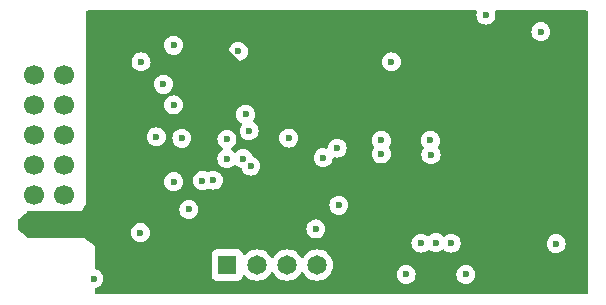
<source format=gbr>
%TF.GenerationSoftware,KiCad,Pcbnew,8.0.5*%
%TF.CreationDate,2024-11-30T18:41:16+03:00*%
%TF.ProjectId,pmod_esp32_4_layer.kicad_sch,706d6f64-5f65-4737-9033-325f345f6c61,rev?*%
%TF.SameCoordinates,Original*%
%TF.FileFunction,Copper,L3,Inr*%
%TF.FilePolarity,Positive*%
%FSLAX46Y46*%
G04 Gerber Fmt 4.6, Leading zero omitted, Abs format (unit mm)*
G04 Created by KiCad (PCBNEW 8.0.5) date 2024-11-30 18:41:16*
%MOMM*%
%LPD*%
G01*
G04 APERTURE LIST*
%TA.AperFunction,ComponentPad*%
%ADD10C,1.695000*%
%TD*%
%TA.AperFunction,ComponentPad*%
%ADD11R,1.650000X1.650000*%
%TD*%
%TA.AperFunction,ComponentPad*%
%ADD12C,1.650000*%
%TD*%
%TA.AperFunction,ViaPad*%
%ADD13C,0.600000*%
%TD*%
%TA.AperFunction,Conductor*%
%ADD14C,0.640000*%
%TD*%
G04 APERTURE END LIST*
D10*
%TO.N,Net-(J2-Pad1)*%
%TO.C,J2*%
X132033500Y-98300000D03*
%TO.N,Net-(J2-Pad2)*%
X132033500Y-100840000D03*
%TO.N,Net-(J2-Pad3)*%
X132033500Y-103380000D03*
%TO.N,Net-(J2-Pad4)*%
X132033500Y-105920000D03*
%TO.N,/GND*%
X132033500Y-108460000D03*
%TO.N,/VCC3V3*%
X132033500Y-111000000D03*
%TO.N,Net-(J2-Pad7)*%
X129493500Y-98300000D03*
%TO.N,Net-(J2-Pad8)*%
X129493500Y-100840000D03*
%TO.N,Net-(J2-Pad9)*%
X129493500Y-103380000D03*
%TO.N,Net-(J2-Pad10)*%
X129493500Y-105920000D03*
%TO.N,/GND*%
X129493500Y-108460000D03*
%TO.N,/VCC3V3*%
X129493500Y-111000000D03*
%TD*%
D11*
%TO.N,/TXD0*%
%TO.C,J1*%
X145847500Y-114350000D03*
D12*
%TO.N,/RXD0*%
X148387500Y-114350000D03*
%TO.N,/GND*%
X150927500Y-114350000D03*
%TO.N,/IO0*%
X153467500Y-114350000D03*
%TD*%
D13*
%TO.N,/EN*%
X139850000Y-103500000D03*
X167750000Y-93200000D03*
X172400000Y-94600000D03*
X141300000Y-95750000D03*
X141300000Y-100800000D03*
%TO.N,/GND*%
X146779828Y-96270172D03*
X147850000Y-105977000D03*
%TO.N,/VCC3V3*%
X145350000Y-96200000D03*
X173700000Y-97400000D03*
X137727500Y-107877500D03*
X144050000Y-109750000D03*
X133600000Y-111000000D03*
X149000000Y-99650000D03*
X148500000Y-96350000D03*
X150750000Y-106200000D03*
%TO.N,/RTS{slash}SS*%
X147400000Y-101600000D03*
X138550000Y-97150000D03*
%TO.N,/INT*%
X140450000Y-99050000D03*
%TO.N,/SELECT*%
X141307097Y-107301471D03*
X144673001Y-107163711D03*
X147200000Y-105350000D03*
X145823001Y-105341290D03*
X134550000Y-115500000D03*
X138500000Y-111600000D03*
%TO.N,/GPIO*%
X153350000Y-111300000D03*
%TO.N,/CTS{slash}SCK*%
X143750000Y-107200000D03*
X145823000Y-103700000D03*
%TO.N,/TXD*%
X162250000Y-112500000D03*
%TO.N,/SS*%
X163500000Y-112450000D03*
%TO.N,/MOSI*%
X163050000Y-103800000D03*
X158900000Y-103800000D03*
X173700000Y-112550000D03*
X151050000Y-103600000D03*
X147700000Y-102973000D03*
%TO.N,/CTS*%
X155300000Y-109300000D03*
%TO.N,/MISO*%
X166050000Y-115150000D03*
%TO.N,/RTS*%
X159750000Y-97150000D03*
%TO.N,/SCK*%
X163100000Y-105000000D03*
X158900000Y-104950000D03*
X153968356Y-105268356D03*
X164800000Y-112500000D03*
X155150000Y-104450000D03*
%TO.N,/RXD*%
X161000000Y-115150000D03*
X142000000Y-103623000D03*
X142600000Y-109650000D03*
%TD*%
D14*
%TO.N,/VCC3V3*%
X129493500Y-111000000D02*
X132033500Y-111000000D01*
X145350000Y-96200000D02*
X145550000Y-96200000D01*
X145550000Y-96200000D02*
X149000000Y-99650000D01*
%TD*%
%TA.AperFunction,Conductor*%
%TO.N,/VCC3V3*%
G36*
X166933976Y-92820185D02*
G01*
X166979731Y-92872989D01*
X166989675Y-92942147D01*
X166983978Y-92965455D01*
X166964633Y-93020737D01*
X166964630Y-93020750D01*
X166944435Y-93199996D01*
X166944435Y-93200003D01*
X166964630Y-93379249D01*
X166964631Y-93379254D01*
X167024211Y-93549523D01*
X167120184Y-93702262D01*
X167247738Y-93829816D01*
X167400478Y-93925789D01*
X167527352Y-93970184D01*
X167570745Y-93985368D01*
X167570750Y-93985369D01*
X167749996Y-94005565D01*
X167750000Y-94005565D01*
X167750004Y-94005565D01*
X167929249Y-93985369D01*
X167929252Y-93985368D01*
X167929255Y-93985368D01*
X168099522Y-93925789D01*
X168252262Y-93829816D01*
X168379816Y-93702262D01*
X168475789Y-93549522D01*
X168535368Y-93379255D01*
X168555565Y-93200000D01*
X168535368Y-93020745D01*
X168535367Y-93020743D01*
X168535366Y-93020737D01*
X168516022Y-92965455D01*
X168512460Y-92895676D01*
X168547188Y-92835049D01*
X168609182Y-92802821D01*
X168633063Y-92800500D01*
X176263000Y-92800500D01*
X176330039Y-92820185D01*
X176375794Y-92872989D01*
X176387000Y-92924500D01*
X176387000Y-116675500D01*
X176367315Y-116742539D01*
X176314511Y-116788294D01*
X176263000Y-116799500D01*
X134774000Y-116799500D01*
X134706961Y-116779815D01*
X134661206Y-116727011D01*
X134650000Y-116675500D01*
X134650000Y-116401083D01*
X134669685Y-116334044D01*
X134722489Y-116288289D01*
X134733037Y-116284044D01*
X134899522Y-116225789D01*
X135052262Y-116129816D01*
X135179816Y-116002262D01*
X135275789Y-115849522D01*
X135335368Y-115679255D01*
X135335791Y-115675500D01*
X135355565Y-115500003D01*
X135355565Y-115499996D01*
X135335369Y-115320750D01*
X135335368Y-115320745D01*
X135275789Y-115150478D01*
X135179816Y-114997738D01*
X135052262Y-114870184D01*
X134948648Y-114805079D01*
X134899521Y-114774210D01*
X134777838Y-114731632D01*
X134733044Y-114715958D01*
X134676270Y-114675237D01*
X134650522Y-114610285D01*
X134650000Y-114598917D01*
X134650000Y-113477135D01*
X144522000Y-113477135D01*
X144522000Y-115222870D01*
X144522001Y-115222876D01*
X144528408Y-115282483D01*
X144578702Y-115417328D01*
X144578706Y-115417335D01*
X144664952Y-115532544D01*
X144664955Y-115532547D01*
X144780164Y-115618793D01*
X144780171Y-115618797D01*
X144915017Y-115669091D01*
X144915016Y-115669091D01*
X144921944Y-115669835D01*
X144974627Y-115675500D01*
X146720372Y-115675499D01*
X146779983Y-115669091D01*
X146914831Y-115618796D01*
X147030046Y-115532546D01*
X147116296Y-115417331D01*
X147166591Y-115282483D01*
X147166591Y-115282481D01*
X147168374Y-115274938D01*
X147171247Y-115275616D01*
X147192691Y-115223843D01*
X147250082Y-115183993D01*
X147319907Y-115181497D01*
X147376926Y-115213965D01*
X147532231Y-115369270D01*
X147722218Y-115502301D01*
X147932421Y-115600320D01*
X148156450Y-115660349D01*
X148321485Y-115674787D01*
X148387498Y-115680563D01*
X148387500Y-115680563D01*
X148387502Y-115680563D01*
X148445394Y-115675498D01*
X148618550Y-115660349D01*
X148842579Y-115600320D01*
X149052782Y-115502301D01*
X149242769Y-115369270D01*
X149406770Y-115205269D01*
X149539801Y-115015282D01*
X149545118Y-115003878D01*
X149591290Y-114951440D01*
X149658484Y-114932288D01*
X149725365Y-114952504D01*
X149769881Y-115003878D01*
X149775199Y-115015282D01*
X149908230Y-115205269D01*
X150072231Y-115369270D01*
X150262218Y-115502301D01*
X150472421Y-115600320D01*
X150696450Y-115660349D01*
X150861485Y-115674787D01*
X150927498Y-115680563D01*
X150927500Y-115680563D01*
X150927502Y-115680563D01*
X150985394Y-115675498D01*
X151158550Y-115660349D01*
X151382579Y-115600320D01*
X151592782Y-115502301D01*
X151782769Y-115369270D01*
X151946770Y-115205269D01*
X152079801Y-115015282D01*
X152085118Y-115003878D01*
X152131290Y-114951440D01*
X152198484Y-114932288D01*
X152265365Y-114952504D01*
X152309881Y-115003878D01*
X152315199Y-115015282D01*
X152448230Y-115205269D01*
X152612231Y-115369270D01*
X152802218Y-115502301D01*
X153012421Y-115600320D01*
X153236450Y-115660349D01*
X153401485Y-115674787D01*
X153467498Y-115680563D01*
X153467500Y-115680563D01*
X153467502Y-115680563D01*
X153525394Y-115675498D01*
X153698550Y-115660349D01*
X153922579Y-115600320D01*
X154132782Y-115502301D01*
X154322769Y-115369270D01*
X154486770Y-115205269D01*
X154525473Y-115149996D01*
X160194435Y-115149996D01*
X160194435Y-115150003D01*
X160214630Y-115329249D01*
X160214631Y-115329254D01*
X160274211Y-115499523D01*
X160370184Y-115652262D01*
X160497738Y-115779816D01*
X160650478Y-115875789D01*
X160820745Y-115935368D01*
X160820750Y-115935369D01*
X160999996Y-115955565D01*
X161000000Y-115955565D01*
X161000004Y-115955565D01*
X161179249Y-115935369D01*
X161179252Y-115935368D01*
X161179255Y-115935368D01*
X161349522Y-115875789D01*
X161502262Y-115779816D01*
X161629816Y-115652262D01*
X161725789Y-115499522D01*
X161785368Y-115329255D01*
X161785369Y-115329249D01*
X161805565Y-115150003D01*
X161805565Y-115149996D01*
X165244435Y-115149996D01*
X165244435Y-115150003D01*
X165264630Y-115329249D01*
X165264631Y-115329254D01*
X165324211Y-115499523D01*
X165420184Y-115652262D01*
X165547738Y-115779816D01*
X165700478Y-115875789D01*
X165870745Y-115935368D01*
X165870750Y-115935369D01*
X166049996Y-115955565D01*
X166050000Y-115955565D01*
X166050004Y-115955565D01*
X166229249Y-115935369D01*
X166229252Y-115935368D01*
X166229255Y-115935368D01*
X166399522Y-115875789D01*
X166552262Y-115779816D01*
X166679816Y-115652262D01*
X166775789Y-115499522D01*
X166835368Y-115329255D01*
X166835369Y-115329249D01*
X166855565Y-115150003D01*
X166855565Y-115149996D01*
X166835369Y-114970750D01*
X166835368Y-114970745D01*
X166775788Y-114800476D01*
X166679815Y-114647737D01*
X166552262Y-114520184D01*
X166399523Y-114424211D01*
X166229254Y-114364631D01*
X166229249Y-114364630D01*
X166050004Y-114344435D01*
X166049996Y-114344435D01*
X165870750Y-114364630D01*
X165870745Y-114364631D01*
X165700476Y-114424211D01*
X165547737Y-114520184D01*
X165420184Y-114647737D01*
X165324211Y-114800476D01*
X165264631Y-114970745D01*
X165264630Y-114970750D01*
X165244435Y-115149996D01*
X161805565Y-115149996D01*
X161785369Y-114970750D01*
X161785368Y-114970745D01*
X161725788Y-114800476D01*
X161629815Y-114647737D01*
X161502262Y-114520184D01*
X161349523Y-114424211D01*
X161179254Y-114364631D01*
X161179249Y-114364630D01*
X161000004Y-114344435D01*
X160999996Y-114344435D01*
X160820750Y-114364630D01*
X160820745Y-114364631D01*
X160650476Y-114424211D01*
X160497737Y-114520184D01*
X160370184Y-114647737D01*
X160274211Y-114800476D01*
X160214631Y-114970745D01*
X160214630Y-114970750D01*
X160194435Y-115149996D01*
X154525473Y-115149996D01*
X154619801Y-115015282D01*
X154717820Y-114805079D01*
X154777849Y-114581050D01*
X154798063Y-114350000D01*
X154777849Y-114118950D01*
X154717820Y-113894921D01*
X154619801Y-113684719D01*
X154619799Y-113684716D01*
X154619798Y-113684714D01*
X154486773Y-113494735D01*
X154486768Y-113494729D01*
X154322769Y-113330730D01*
X154257987Y-113285369D01*
X154132782Y-113197699D01*
X153922579Y-113099680D01*
X153922576Y-113099679D01*
X153922574Y-113099678D01*
X153698551Y-113039651D01*
X153698544Y-113039650D01*
X153467502Y-113019437D01*
X153467498Y-113019437D01*
X153236455Y-113039650D01*
X153236448Y-113039651D01*
X153012417Y-113099681D01*
X152802218Y-113197699D01*
X152802214Y-113197701D01*
X152612235Y-113330726D01*
X152612229Y-113330731D01*
X152448231Y-113494729D01*
X152448226Y-113494735D01*
X152315201Y-113684714D01*
X152315198Y-113684720D01*
X152309881Y-113696123D01*
X152263707Y-113748562D01*
X152196513Y-113767712D01*
X152129633Y-113747495D01*
X152085119Y-113696123D01*
X152079801Y-113684720D01*
X152079798Y-113684714D01*
X151946773Y-113494735D01*
X151946768Y-113494729D01*
X151782769Y-113330730D01*
X151717987Y-113285369D01*
X151592782Y-113197699D01*
X151382579Y-113099680D01*
X151382576Y-113099679D01*
X151382574Y-113099678D01*
X151158551Y-113039651D01*
X151158544Y-113039650D01*
X150927502Y-113019437D01*
X150927498Y-113019437D01*
X150696455Y-113039650D01*
X150696448Y-113039651D01*
X150472417Y-113099681D01*
X150262218Y-113197699D01*
X150262214Y-113197701D01*
X150072235Y-113330726D01*
X150072229Y-113330731D01*
X149908231Y-113494729D01*
X149908226Y-113494735D01*
X149775201Y-113684714D01*
X149775198Y-113684720D01*
X149769881Y-113696123D01*
X149723707Y-113748562D01*
X149656513Y-113767712D01*
X149589633Y-113747495D01*
X149545119Y-113696123D01*
X149539801Y-113684720D01*
X149539798Y-113684714D01*
X149406773Y-113494735D01*
X149406768Y-113494729D01*
X149242769Y-113330730D01*
X149177987Y-113285369D01*
X149052782Y-113197699D01*
X148842579Y-113099680D01*
X148842576Y-113099679D01*
X148842574Y-113099678D01*
X148618551Y-113039651D01*
X148618544Y-113039650D01*
X148387502Y-113019437D01*
X148387498Y-113019437D01*
X148156455Y-113039650D01*
X148156448Y-113039651D01*
X147932417Y-113099681D01*
X147722218Y-113197699D01*
X147722214Y-113197701D01*
X147532235Y-113330726D01*
X147376926Y-113486035D01*
X147315603Y-113519519D01*
X147245911Y-113514535D01*
X147189978Y-113472663D01*
X147171017Y-113424443D01*
X147168376Y-113425068D01*
X147166592Y-113417520D01*
X147116297Y-113282671D01*
X147116293Y-113282664D01*
X147030047Y-113167455D01*
X147030044Y-113167452D01*
X146914835Y-113081206D01*
X146914828Y-113081202D01*
X146779982Y-113030908D01*
X146779983Y-113030908D01*
X146720383Y-113024501D01*
X146720381Y-113024500D01*
X146720373Y-113024500D01*
X146720364Y-113024500D01*
X144974629Y-113024500D01*
X144974623Y-113024501D01*
X144915016Y-113030908D01*
X144780171Y-113081202D01*
X144780164Y-113081206D01*
X144664955Y-113167452D01*
X144664952Y-113167455D01*
X144578706Y-113282664D01*
X144578702Y-113282671D01*
X144528408Y-113417517D01*
X144522001Y-113477116D01*
X144522000Y-113477135D01*
X134650000Y-113477135D01*
X134650000Y-112700000D01*
X134333327Y-112499996D01*
X161444435Y-112499996D01*
X161444435Y-112500003D01*
X161464630Y-112679249D01*
X161464631Y-112679254D01*
X161524211Y-112849523D01*
X161584291Y-112945139D01*
X161620184Y-113002262D01*
X161747738Y-113129816D01*
X161900478Y-113225789D01*
X161985573Y-113255565D01*
X162070745Y-113285368D01*
X162070750Y-113285369D01*
X162249996Y-113305565D01*
X162250000Y-113305565D01*
X162250004Y-113305565D01*
X162429249Y-113285369D01*
X162429252Y-113285368D01*
X162429255Y-113285368D01*
X162599522Y-113225789D01*
X162752262Y-113129816D01*
X162812319Y-113069759D01*
X162873642Y-113036274D01*
X162943334Y-113041258D01*
X162987681Y-113069759D01*
X162997738Y-113079816D01*
X163088080Y-113136582D01*
X163137214Y-113167455D01*
X163150478Y-113175789D01*
X163213099Y-113197701D01*
X163320745Y-113235368D01*
X163320750Y-113235369D01*
X163499996Y-113255565D01*
X163500000Y-113255565D01*
X163500004Y-113255565D01*
X163679249Y-113235369D01*
X163679252Y-113235368D01*
X163679255Y-113235368D01*
X163849522Y-113175789D01*
X164002262Y-113079816D01*
X164037319Y-113044759D01*
X164098642Y-113011274D01*
X164168334Y-113016258D01*
X164212681Y-113044759D01*
X164297738Y-113129816D01*
X164450478Y-113225789D01*
X164535573Y-113255565D01*
X164620745Y-113285368D01*
X164620750Y-113285369D01*
X164799996Y-113305565D01*
X164800000Y-113305565D01*
X164800004Y-113305565D01*
X164979249Y-113285369D01*
X164979252Y-113285368D01*
X164979255Y-113285368D01*
X165149522Y-113225789D01*
X165302262Y-113129816D01*
X165429816Y-113002262D01*
X165525789Y-112849522D01*
X165585368Y-112679255D01*
X165599931Y-112550003D01*
X165599932Y-112549996D01*
X172894435Y-112549996D01*
X172894435Y-112550003D01*
X172914630Y-112729249D01*
X172914631Y-112729254D01*
X172974211Y-112899523D01*
X173056766Y-113030908D01*
X173070184Y-113052262D01*
X173197738Y-113179816D01*
X173350478Y-113275789D01*
X173435573Y-113305565D01*
X173520745Y-113335368D01*
X173520750Y-113335369D01*
X173699996Y-113355565D01*
X173700000Y-113355565D01*
X173700004Y-113355565D01*
X173879249Y-113335369D01*
X173879252Y-113335368D01*
X173879255Y-113335368D01*
X174049522Y-113275789D01*
X174202262Y-113179816D01*
X174329816Y-113052262D01*
X174425789Y-112899522D01*
X174485368Y-112729255D01*
X174485369Y-112729249D01*
X174505565Y-112550003D01*
X174505565Y-112549996D01*
X174485369Y-112370750D01*
X174485368Y-112370745D01*
X174425788Y-112200476D01*
X174353461Y-112085369D01*
X174329816Y-112047738D01*
X174202262Y-111920184D01*
X174184052Y-111908742D01*
X174049523Y-111824211D01*
X173879254Y-111764631D01*
X173879249Y-111764630D01*
X173700004Y-111744435D01*
X173699996Y-111744435D01*
X173520750Y-111764630D01*
X173520745Y-111764631D01*
X173350476Y-111824211D01*
X173197737Y-111920184D01*
X173070184Y-112047737D01*
X172974211Y-112200476D01*
X172914631Y-112370745D01*
X172914630Y-112370750D01*
X172894435Y-112549996D01*
X165599932Y-112549996D01*
X165605565Y-112500003D01*
X165605565Y-112499996D01*
X165585369Y-112320750D01*
X165585368Y-112320745D01*
X165525789Y-112150478D01*
X165429816Y-111997738D01*
X165302262Y-111870184D01*
X165149523Y-111774211D01*
X164979254Y-111714631D01*
X164979249Y-111714630D01*
X164800004Y-111694435D01*
X164799996Y-111694435D01*
X164620750Y-111714630D01*
X164620745Y-111714631D01*
X164450476Y-111774211D01*
X164297737Y-111870184D01*
X164262681Y-111905241D01*
X164201358Y-111938726D01*
X164131666Y-111933742D01*
X164087319Y-111905241D01*
X164002262Y-111820184D01*
X163849523Y-111724211D01*
X163679254Y-111664631D01*
X163679249Y-111664630D01*
X163500004Y-111644435D01*
X163499996Y-111644435D01*
X163320750Y-111664630D01*
X163320745Y-111664631D01*
X163150476Y-111724211D01*
X162997737Y-111820184D01*
X162937681Y-111880241D01*
X162876358Y-111913726D01*
X162806666Y-111908742D01*
X162762319Y-111880241D01*
X162752262Y-111870184D01*
X162599523Y-111774211D01*
X162429254Y-111714631D01*
X162429249Y-111714630D01*
X162250004Y-111694435D01*
X162249996Y-111694435D01*
X162070750Y-111714630D01*
X162070745Y-111714631D01*
X161900476Y-111774211D01*
X161747737Y-111870184D01*
X161620184Y-111997737D01*
X161524211Y-112150476D01*
X161464631Y-112320745D01*
X161464630Y-112320750D01*
X161444435Y-112499996D01*
X134333327Y-112499996D01*
X133700000Y-112100000D01*
X129094894Y-112100000D01*
X129027855Y-112080315D01*
X129015511Y-112071259D01*
X128449996Y-111599996D01*
X137694435Y-111599996D01*
X137694435Y-111600003D01*
X137714630Y-111779249D01*
X137714631Y-111779254D01*
X137774211Y-111949523D01*
X137856394Y-112080315D01*
X137870184Y-112102262D01*
X137997738Y-112229816D01*
X138088080Y-112286582D01*
X138142450Y-112320745D01*
X138150478Y-112325789D01*
X138278955Y-112370745D01*
X138320745Y-112385368D01*
X138320750Y-112385369D01*
X138499996Y-112405565D01*
X138500000Y-112405565D01*
X138500004Y-112405565D01*
X138679249Y-112385369D01*
X138679252Y-112385368D01*
X138679255Y-112385368D01*
X138849522Y-112325789D01*
X139002262Y-112229816D01*
X139129816Y-112102262D01*
X139225789Y-111949522D01*
X139285368Y-111779255D01*
X139285369Y-111779249D01*
X139305565Y-111600003D01*
X139305565Y-111599996D01*
X139285369Y-111420750D01*
X139285368Y-111420745D01*
X139253314Y-111329141D01*
X139243116Y-111299996D01*
X152544435Y-111299996D01*
X152544435Y-111300003D01*
X152564630Y-111479249D01*
X152564631Y-111479254D01*
X152624211Y-111649523D01*
X152665122Y-111714632D01*
X152720184Y-111802262D01*
X152847738Y-111929816D01*
X152915714Y-111972528D01*
X152955833Y-111997737D01*
X153000478Y-112025789D01*
X153063202Y-112047737D01*
X153170745Y-112085368D01*
X153170750Y-112085369D01*
X153349996Y-112105565D01*
X153350000Y-112105565D01*
X153350004Y-112105565D01*
X153529249Y-112085369D01*
X153529252Y-112085368D01*
X153529255Y-112085368D01*
X153699522Y-112025789D01*
X153852262Y-111929816D01*
X153979816Y-111802262D01*
X154075789Y-111649522D01*
X154135368Y-111479255D01*
X154141960Y-111420750D01*
X154155565Y-111300003D01*
X154155565Y-111299996D01*
X154135369Y-111120750D01*
X154135368Y-111120745D01*
X154075789Y-110950478D01*
X153979816Y-110797738D01*
X153852262Y-110670184D01*
X153699523Y-110574211D01*
X153529254Y-110514631D01*
X153529249Y-110514630D01*
X153350004Y-110494435D01*
X153349996Y-110494435D01*
X153170750Y-110514630D01*
X153170745Y-110514631D01*
X153000476Y-110574211D01*
X152847737Y-110670184D01*
X152720184Y-110797737D01*
X152624211Y-110950476D01*
X152564631Y-111120745D01*
X152564630Y-111120750D01*
X152544435Y-111299996D01*
X139243116Y-111299996D01*
X139225789Y-111250478D01*
X139129816Y-111097738D01*
X139002262Y-110970184D01*
X138970897Y-110950476D01*
X138849523Y-110874211D01*
X138679254Y-110814631D01*
X138679249Y-110814630D01*
X138500004Y-110794435D01*
X138499996Y-110794435D01*
X138320750Y-110814630D01*
X138320745Y-110814631D01*
X138150476Y-110874211D01*
X137997737Y-110970184D01*
X137870184Y-111097737D01*
X137774211Y-111250476D01*
X137714631Y-111420745D01*
X137714630Y-111420750D01*
X137694435Y-111599996D01*
X128449996Y-111599996D01*
X128194617Y-111387180D01*
X128155718Y-111329141D01*
X128150000Y-111291921D01*
X128150000Y-110553884D01*
X128169685Y-110486845D01*
X128189393Y-110463233D01*
X128219248Y-110435369D01*
X128695550Y-109990820D01*
X128864269Y-109833349D01*
X128926709Y-109801997D01*
X128948876Y-109800000D01*
X129337791Y-109800000D01*
X129348598Y-109800472D01*
X129493498Y-109813149D01*
X129493500Y-109813149D01*
X129493502Y-109813149D01*
X129638402Y-109800472D01*
X129649209Y-109800000D01*
X131877791Y-109800000D01*
X131888598Y-109800472D01*
X132033498Y-109813149D01*
X132033500Y-109813149D01*
X132033502Y-109813149D01*
X132178402Y-109800472D01*
X132189209Y-109800000D01*
X133549999Y-109800000D01*
X133550000Y-109800000D01*
X133637502Y-109649996D01*
X141794435Y-109649996D01*
X141794435Y-109650003D01*
X141814630Y-109829249D01*
X141814631Y-109829254D01*
X141874211Y-109999523D01*
X141928152Y-110085369D01*
X141970184Y-110152262D01*
X142097738Y-110279816D01*
X142250478Y-110375789D01*
X142420745Y-110435368D01*
X142420750Y-110435369D01*
X142599996Y-110455565D01*
X142600000Y-110455565D01*
X142600004Y-110455565D01*
X142779249Y-110435369D01*
X142779252Y-110435368D01*
X142779255Y-110435368D01*
X142949522Y-110375789D01*
X143102262Y-110279816D01*
X143229816Y-110152262D01*
X143325789Y-109999522D01*
X143385368Y-109829255D01*
X143387183Y-109813149D01*
X143405565Y-109650003D01*
X143405565Y-109649996D01*
X143385369Y-109470750D01*
X143385368Y-109470745D01*
X143325789Y-109300478D01*
X143325486Y-109299996D01*
X154494435Y-109299996D01*
X154494435Y-109300003D01*
X154514630Y-109479249D01*
X154514631Y-109479254D01*
X154574211Y-109649523D01*
X154574511Y-109650000D01*
X154670184Y-109802262D01*
X154797738Y-109929816D01*
X154950478Y-110025789D01*
X155120745Y-110085368D01*
X155120750Y-110085369D01*
X155299996Y-110105565D01*
X155300000Y-110105565D01*
X155300004Y-110105565D01*
X155479249Y-110085369D01*
X155479252Y-110085368D01*
X155479255Y-110085368D01*
X155649522Y-110025789D01*
X155802262Y-109929816D01*
X155929816Y-109802262D01*
X156025789Y-109649522D01*
X156085368Y-109479255D01*
X156085369Y-109479249D01*
X156105565Y-109300003D01*
X156105565Y-109299996D01*
X156085369Y-109120750D01*
X156085368Y-109120745D01*
X156025788Y-108950476D01*
X155929815Y-108797737D01*
X155802262Y-108670184D01*
X155649523Y-108574211D01*
X155479254Y-108514631D01*
X155479249Y-108514630D01*
X155300004Y-108494435D01*
X155299996Y-108494435D01*
X155120750Y-108514630D01*
X155120745Y-108514631D01*
X154950476Y-108574211D01*
X154797737Y-108670184D01*
X154670184Y-108797737D01*
X154574211Y-108950476D01*
X154514631Y-109120745D01*
X154514630Y-109120750D01*
X154494435Y-109299996D01*
X143325486Y-109299996D01*
X143229816Y-109147738D01*
X143102262Y-109020184D01*
X142991326Y-108950478D01*
X142949523Y-108924211D01*
X142779254Y-108864631D01*
X142779249Y-108864630D01*
X142600004Y-108844435D01*
X142599996Y-108844435D01*
X142420750Y-108864630D01*
X142420745Y-108864631D01*
X142250476Y-108924211D01*
X142097737Y-109020184D01*
X141970184Y-109147737D01*
X141874211Y-109300476D01*
X141814631Y-109470745D01*
X141814630Y-109470750D01*
X141794435Y-109649996D01*
X133637502Y-109649996D01*
X133900000Y-109200000D01*
X133900000Y-107301467D01*
X140501532Y-107301467D01*
X140501532Y-107301474D01*
X140521727Y-107480720D01*
X140521728Y-107480725D01*
X140581308Y-107650994D01*
X140670868Y-107793527D01*
X140677281Y-107803733D01*
X140804835Y-107931287D01*
X140865294Y-107969276D01*
X140923047Y-108005565D01*
X140957575Y-108027260D01*
X141127842Y-108086839D01*
X141127847Y-108086840D01*
X141307093Y-108107036D01*
X141307097Y-108107036D01*
X141307101Y-108107036D01*
X141486346Y-108086840D01*
X141486349Y-108086839D01*
X141486352Y-108086839D01*
X141656619Y-108027260D01*
X141809359Y-107931287D01*
X141936913Y-107803733D01*
X142032886Y-107650993D01*
X142092465Y-107480726D01*
X142107987Y-107342965D01*
X142112662Y-107301474D01*
X142112662Y-107301467D01*
X142101229Y-107199996D01*
X142944435Y-107199996D01*
X142944435Y-107200003D01*
X142964630Y-107379249D01*
X142964631Y-107379254D01*
X143024211Y-107549523D01*
X143087970Y-107650994D01*
X143120184Y-107702262D01*
X143247738Y-107829816D01*
X143400478Y-107925789D01*
X143467040Y-107949080D01*
X143570745Y-107985368D01*
X143570750Y-107985369D01*
X143749996Y-108005565D01*
X143750000Y-108005565D01*
X143750004Y-108005565D01*
X143929249Y-107985369D01*
X143929252Y-107985368D01*
X143929255Y-107985368D01*
X144099522Y-107925789D01*
X144174408Y-107878734D01*
X144241639Y-107859735D01*
X144306347Y-107878735D01*
X144323479Y-107889500D01*
X144493746Y-107949079D01*
X144493751Y-107949080D01*
X144672997Y-107969276D01*
X144673001Y-107969276D01*
X144673005Y-107969276D01*
X144852250Y-107949080D01*
X144852253Y-107949079D01*
X144852256Y-107949079D01*
X145022523Y-107889500D01*
X145175263Y-107793527D01*
X145302817Y-107665973D01*
X145398790Y-107513233D01*
X145458369Y-107342966D01*
X145463044Y-107301474D01*
X145478566Y-107163714D01*
X145478566Y-107163707D01*
X145458370Y-106984461D01*
X145458369Y-106984456D01*
X145398789Y-106814187D01*
X145359583Y-106751791D01*
X145302817Y-106661449D01*
X145175263Y-106533895D01*
X145097406Y-106484974D01*
X145022524Y-106437922D01*
X144852255Y-106378342D01*
X144852250Y-106378341D01*
X144673005Y-106358146D01*
X144672997Y-106358146D01*
X144493751Y-106378341D01*
X144493738Y-106378344D01*
X144323480Y-106437920D01*
X144248594Y-106484974D01*
X144181357Y-106503974D01*
X144116650Y-106484973D01*
X144099524Y-106474211D01*
X143929254Y-106414631D01*
X143929249Y-106414630D01*
X143750004Y-106394435D01*
X143749996Y-106394435D01*
X143570750Y-106414630D01*
X143570745Y-106414631D01*
X143400476Y-106474211D01*
X143247737Y-106570184D01*
X143120184Y-106697737D01*
X143024211Y-106850476D01*
X142964631Y-107020745D01*
X142964630Y-107020750D01*
X142944435Y-107199996D01*
X142101229Y-107199996D01*
X142092466Y-107122221D01*
X142092465Y-107122216D01*
X142081843Y-107091861D01*
X142032886Y-106951949D01*
X141936913Y-106799209D01*
X141809359Y-106671655D01*
X141793115Y-106661448D01*
X141656620Y-106575682D01*
X141486351Y-106516102D01*
X141486346Y-106516101D01*
X141307101Y-106495906D01*
X141307093Y-106495906D01*
X141127847Y-106516101D01*
X141127842Y-106516102D01*
X140957573Y-106575682D01*
X140804834Y-106671655D01*
X140677281Y-106799208D01*
X140581308Y-106951947D01*
X140521728Y-107122216D01*
X140521727Y-107122221D01*
X140501532Y-107301467D01*
X133900000Y-107301467D01*
X133900000Y-103499996D01*
X139044435Y-103499996D01*
X139044435Y-103500003D01*
X139064630Y-103679249D01*
X139064631Y-103679254D01*
X139124211Y-103849523D01*
X139185924Y-103947738D01*
X139220184Y-104002262D01*
X139347738Y-104129816D01*
X139500478Y-104225789D01*
X139628969Y-104270750D01*
X139670745Y-104285368D01*
X139670750Y-104285369D01*
X139849996Y-104305565D01*
X139850000Y-104305565D01*
X139850004Y-104305565D01*
X140029249Y-104285369D01*
X140029252Y-104285368D01*
X140029255Y-104285368D01*
X140199522Y-104225789D01*
X140352262Y-104129816D01*
X140479816Y-104002262D01*
X140575789Y-103849522D01*
X140635368Y-103679255D01*
X140637016Y-103664630D01*
X140641707Y-103622996D01*
X141194435Y-103622996D01*
X141194435Y-103623003D01*
X141214630Y-103802249D01*
X141214631Y-103802254D01*
X141274211Y-103972523D01*
X141322593Y-104049522D01*
X141370184Y-104125262D01*
X141497738Y-104252816D01*
X141585357Y-104307871D01*
X141634061Y-104338474D01*
X141650478Y-104348789D01*
X141820745Y-104408368D01*
X141820750Y-104408369D01*
X141999996Y-104428565D01*
X142000000Y-104428565D01*
X142000004Y-104428565D01*
X142179249Y-104408369D01*
X142179252Y-104408368D01*
X142179255Y-104408368D01*
X142349522Y-104348789D01*
X142502262Y-104252816D01*
X142629816Y-104125262D01*
X142725789Y-103972522D01*
X142785368Y-103802255D01*
X142785623Y-103799996D01*
X142796890Y-103699996D01*
X145017435Y-103699996D01*
X145017435Y-103700003D01*
X145037630Y-103879249D01*
X145037631Y-103879254D01*
X145097211Y-104049523D01*
X145147662Y-104129815D01*
X145193184Y-104202262D01*
X145320738Y-104329816D01*
X145372664Y-104362443D01*
X145457343Y-104415651D01*
X145503634Y-104467986D01*
X145514282Y-104537040D01*
X145485907Y-104600888D01*
X145457344Y-104625638D01*
X145320740Y-104711472D01*
X145193185Y-104839027D01*
X145097212Y-104991766D01*
X145037632Y-105162035D01*
X145037631Y-105162040D01*
X145017436Y-105341286D01*
X145017436Y-105341293D01*
X145037631Y-105520539D01*
X145037632Y-105520544D01*
X145097212Y-105690813D01*
X145169316Y-105805565D01*
X145193185Y-105843552D01*
X145320739Y-105971106D01*
X145411081Y-106027872D01*
X145452224Y-106053724D01*
X145473479Y-106067079D01*
X145498371Y-106075789D01*
X145643746Y-106126658D01*
X145643751Y-106126659D01*
X145822997Y-106146855D01*
X145823001Y-106146855D01*
X145823005Y-106146855D01*
X146002250Y-106126659D01*
X146002253Y-106126658D01*
X146002256Y-106126658D01*
X146172523Y-106067079D01*
X146325263Y-105971106D01*
X146419467Y-105876901D01*
X146480786Y-105843419D01*
X146550478Y-105848403D01*
X146594826Y-105876904D01*
X146697738Y-105979816D01*
X146836615Y-106067078D01*
X146850478Y-106075789D01*
X147006061Y-106130230D01*
X147062838Y-106170952D01*
X147082148Y-106206317D01*
X147124209Y-106326519D01*
X147124211Y-106326522D01*
X147220184Y-106479262D01*
X147347738Y-106606816D01*
X147434684Y-106661448D01*
X147492437Y-106697737D01*
X147500478Y-106702789D01*
X147670745Y-106762368D01*
X147670750Y-106762369D01*
X147849996Y-106782565D01*
X147850000Y-106782565D01*
X147850004Y-106782565D01*
X148029249Y-106762369D01*
X148029252Y-106762368D01*
X148029255Y-106762368D01*
X148199522Y-106702789D01*
X148352262Y-106606816D01*
X148479816Y-106479262D01*
X148575789Y-106326522D01*
X148635368Y-106156255D01*
X148636427Y-106146855D01*
X148655565Y-105977003D01*
X148655565Y-105976996D01*
X148635369Y-105797750D01*
X148635368Y-105797745D01*
X148613541Y-105735368D01*
X148575789Y-105627478D01*
X148479816Y-105474738D01*
X148352262Y-105347184D01*
X148276410Y-105299523D01*
X148226802Y-105268352D01*
X153162791Y-105268352D01*
X153162791Y-105268359D01*
X153182986Y-105447605D01*
X153182987Y-105447610D01*
X153242567Y-105617879D01*
X153328420Y-105754512D01*
X153338540Y-105770618D01*
X153466094Y-105898172D01*
X153500833Y-105920000D01*
X153596029Y-105979816D01*
X153618834Y-105994145D01*
X153789101Y-106053724D01*
X153789106Y-106053725D01*
X153968352Y-106073921D01*
X153968356Y-106073921D01*
X153968360Y-106073921D01*
X154147605Y-106053725D01*
X154147608Y-106053724D01*
X154147611Y-106053724D01*
X154317878Y-105994145D01*
X154470618Y-105898172D01*
X154598172Y-105770618D01*
X154694145Y-105617878D01*
X154753724Y-105447611D01*
X154767553Y-105324873D01*
X154794619Y-105260460D01*
X154852214Y-105220905D01*
X154922051Y-105218767D01*
X154931728Y-105221716D01*
X154970737Y-105235366D01*
X154970743Y-105235367D01*
X154970745Y-105235368D01*
X154970746Y-105235368D01*
X154970750Y-105235369D01*
X155149996Y-105255565D01*
X155150000Y-105255565D01*
X155150004Y-105255565D01*
X155329249Y-105235369D01*
X155329252Y-105235368D01*
X155329255Y-105235368D01*
X155499522Y-105175789D01*
X155652262Y-105079816D01*
X155779816Y-104952262D01*
X155875789Y-104799522D01*
X155935368Y-104629255D01*
X155935776Y-104625637D01*
X155955565Y-104450003D01*
X155955565Y-104449996D01*
X155935369Y-104270750D01*
X155935368Y-104270745D01*
X155892951Y-104149524D01*
X155875789Y-104100478D01*
X155779816Y-103947738D01*
X155652262Y-103820184D01*
X155620144Y-103800003D01*
X155620133Y-103799996D01*
X158094435Y-103799996D01*
X158094435Y-103800003D01*
X158114630Y-103979249D01*
X158114631Y-103979254D01*
X158174211Y-104149523D01*
X158222132Y-104225788D01*
X158259569Y-104285369D01*
X158273889Y-104308158D01*
X158271449Y-104309690D01*
X158292951Y-104362443D01*
X158280156Y-104431132D01*
X158273450Y-104441566D01*
X158273889Y-104441842D01*
X158174211Y-104600476D01*
X158114631Y-104770745D01*
X158114630Y-104770750D01*
X158094435Y-104949996D01*
X158094435Y-104950003D01*
X158114630Y-105129249D01*
X158114631Y-105129254D01*
X158174211Y-105299523D01*
X158267258Y-105447605D01*
X158270184Y-105452262D01*
X158397738Y-105579816D01*
X158550478Y-105675789D01*
X158693367Y-105725788D01*
X158720745Y-105735368D01*
X158720750Y-105735369D01*
X158899996Y-105755565D01*
X158900000Y-105755565D01*
X158900004Y-105755565D01*
X159079249Y-105735369D01*
X159079252Y-105735368D01*
X159079255Y-105735368D01*
X159249522Y-105675789D01*
X159402262Y-105579816D01*
X159529816Y-105452262D01*
X159625789Y-105299522D01*
X159685368Y-105129255D01*
X159689892Y-105089106D01*
X159705565Y-104950003D01*
X159705565Y-104949996D01*
X159685369Y-104770750D01*
X159685368Y-104770745D01*
X159639107Y-104638540D01*
X159625789Y-104600478D01*
X159603265Y-104564632D01*
X159565324Y-104504249D01*
X159529816Y-104447738D01*
X159529815Y-104447737D01*
X159526111Y-104441842D01*
X159528563Y-104440300D01*
X159507057Y-104387643D01*
X159519804Y-104318946D01*
X159526557Y-104308438D01*
X159526111Y-104308158D01*
X159529816Y-104302262D01*
X159625789Y-104149522D01*
X159685368Y-103979255D01*
X159688919Y-103947738D01*
X159705565Y-103800003D01*
X159705565Y-103799996D01*
X162244435Y-103799996D01*
X162244435Y-103800003D01*
X162264630Y-103979249D01*
X162264631Y-103979254D01*
X162324211Y-104149523D01*
X162420184Y-104302262D01*
X162456396Y-104338474D01*
X162489881Y-104399797D01*
X162484897Y-104469489D01*
X162473709Y-104492127D01*
X162374211Y-104650476D01*
X162314631Y-104820745D01*
X162314630Y-104820750D01*
X162294435Y-104999996D01*
X162294435Y-105000003D01*
X162314630Y-105179249D01*
X162314631Y-105179254D01*
X162374211Y-105349523D01*
X162470184Y-105502262D01*
X162597738Y-105629816D01*
X162750478Y-105725789D01*
X162832564Y-105754512D01*
X162920745Y-105785368D01*
X162920750Y-105785369D01*
X163099996Y-105805565D01*
X163100000Y-105805565D01*
X163100004Y-105805565D01*
X163279249Y-105785369D01*
X163279252Y-105785368D01*
X163279255Y-105785368D01*
X163449522Y-105725789D01*
X163602262Y-105629816D01*
X163729816Y-105502262D01*
X163825789Y-105349522D01*
X163885368Y-105179255D01*
X163887308Y-105162040D01*
X163905565Y-105000003D01*
X163905565Y-104999996D01*
X163885369Y-104820750D01*
X163885368Y-104820745D01*
X163825788Y-104650476D01*
X163729815Y-104497737D01*
X163693603Y-104461525D01*
X163660118Y-104400202D01*
X163665102Y-104330510D01*
X163676291Y-104307871D01*
X163679814Y-104302263D01*
X163679816Y-104302262D01*
X163775789Y-104149522D01*
X163835368Y-103979255D01*
X163838919Y-103947738D01*
X163855565Y-103800003D01*
X163855565Y-103799996D01*
X163835369Y-103620750D01*
X163835368Y-103620745D01*
X163800376Y-103520745D01*
X163775789Y-103450478D01*
X163771558Y-103443745D01*
X163712955Y-103350478D01*
X163679816Y-103297738D01*
X163552262Y-103170184D01*
X163520897Y-103150476D01*
X163399523Y-103074211D01*
X163229254Y-103014631D01*
X163229249Y-103014630D01*
X163050004Y-102994435D01*
X163049996Y-102994435D01*
X162870750Y-103014630D01*
X162870745Y-103014631D01*
X162700476Y-103074211D01*
X162547737Y-103170184D01*
X162420184Y-103297737D01*
X162324211Y-103450476D01*
X162264631Y-103620745D01*
X162264630Y-103620750D01*
X162244435Y-103799996D01*
X159705565Y-103799996D01*
X159685369Y-103620750D01*
X159685368Y-103620745D01*
X159650376Y-103520745D01*
X159625789Y-103450478D01*
X159621558Y-103443745D01*
X159562955Y-103350478D01*
X159529816Y-103297738D01*
X159402262Y-103170184D01*
X159370897Y-103150476D01*
X159249523Y-103074211D01*
X159079254Y-103014631D01*
X159079249Y-103014630D01*
X158900004Y-102994435D01*
X158899996Y-102994435D01*
X158720750Y-103014630D01*
X158720745Y-103014631D01*
X158550476Y-103074211D01*
X158397737Y-103170184D01*
X158270184Y-103297737D01*
X158174211Y-103450476D01*
X158114631Y-103620745D01*
X158114630Y-103620750D01*
X158094435Y-103799996D01*
X155620133Y-103799996D01*
X155499523Y-103724211D01*
X155329254Y-103664631D01*
X155329249Y-103664630D01*
X155150004Y-103644435D01*
X155149996Y-103644435D01*
X154970750Y-103664630D01*
X154970745Y-103664631D01*
X154800476Y-103724211D01*
X154647737Y-103820184D01*
X154520184Y-103947737D01*
X154424211Y-104100476D01*
X154364631Y-104270745D01*
X154364630Y-104270749D01*
X154350802Y-104393482D01*
X154323735Y-104457896D01*
X154266140Y-104497451D01*
X154196303Y-104499588D01*
X154186628Y-104496640D01*
X154147613Y-104482988D01*
X154147605Y-104482986D01*
X153968360Y-104462791D01*
X153968352Y-104462791D01*
X153789106Y-104482986D01*
X153789101Y-104482987D01*
X153618832Y-104542567D01*
X153466093Y-104638540D01*
X153338540Y-104766093D01*
X153242567Y-104918832D01*
X153182987Y-105089101D01*
X153182986Y-105089106D01*
X153162791Y-105268352D01*
X148226802Y-105268352D01*
X148199521Y-105251210D01*
X148079993Y-105209386D01*
X148043937Y-105196769D01*
X147987162Y-105156048D01*
X147967850Y-105120682D01*
X147956799Y-105089101D01*
X147925789Y-105000478D01*
X147829816Y-104847738D01*
X147702262Y-104720184D01*
X147591326Y-104650478D01*
X147549523Y-104624211D01*
X147379254Y-104564631D01*
X147379249Y-104564630D01*
X147200004Y-104544435D01*
X147199996Y-104544435D01*
X147020750Y-104564630D01*
X147020745Y-104564631D01*
X146850476Y-104624211D01*
X146697739Y-104720183D01*
X146603536Y-104814386D01*
X146542212Y-104847870D01*
X146472521Y-104842886D01*
X146428174Y-104814385D01*
X146325261Y-104711472D01*
X146188656Y-104625637D01*
X146142366Y-104573303D01*
X146131718Y-104504249D01*
X146160093Y-104440401D01*
X146188654Y-104415652D01*
X146325262Y-104329816D01*
X146452816Y-104202262D01*
X146548789Y-104049522D01*
X146608368Y-103879255D01*
X146617044Y-103802254D01*
X146628565Y-103700003D01*
X146628565Y-103699996D01*
X146608369Y-103520750D01*
X146608368Y-103520745D01*
X146592453Y-103475262D01*
X146548789Y-103350478D01*
X146530106Y-103320745D01*
X146485955Y-103250478D01*
X146452816Y-103197738D01*
X146325262Y-103070184D01*
X146236852Y-103014632D01*
X146172523Y-102974211D01*
X146002254Y-102914631D01*
X146002249Y-102914630D01*
X145823004Y-102894435D01*
X145822996Y-102894435D01*
X145643750Y-102914630D01*
X145643745Y-102914631D01*
X145473476Y-102974211D01*
X145320737Y-103070184D01*
X145193184Y-103197737D01*
X145097211Y-103350476D01*
X145037631Y-103520745D01*
X145037630Y-103520750D01*
X145017435Y-103699996D01*
X142796890Y-103699996D01*
X142805565Y-103623003D01*
X142805565Y-103622996D01*
X142785369Y-103443750D01*
X142785368Y-103443745D01*
X142752732Y-103350476D01*
X142725789Y-103273478D01*
X142629816Y-103120738D01*
X142502262Y-102993184D01*
X142470144Y-102973003D01*
X142349523Y-102897211D01*
X142179254Y-102837631D01*
X142179249Y-102837630D01*
X142000004Y-102817435D01*
X141999996Y-102817435D01*
X141820750Y-102837630D01*
X141820745Y-102837631D01*
X141650476Y-102897211D01*
X141497737Y-102993184D01*
X141370184Y-103120737D01*
X141274211Y-103273476D01*
X141214631Y-103443745D01*
X141214630Y-103443750D01*
X141194435Y-103622996D01*
X140641707Y-103622996D01*
X140655565Y-103500003D01*
X140655565Y-103499996D01*
X140635369Y-103320750D01*
X140635368Y-103320745D01*
X140575789Y-103150478D01*
X140557101Y-103120737D01*
X140490431Y-103014632D01*
X140479816Y-102997738D01*
X140352262Y-102870184D01*
X140300456Y-102837632D01*
X140199523Y-102774211D01*
X140029254Y-102714631D01*
X140029249Y-102714630D01*
X139850004Y-102694435D01*
X139849996Y-102694435D01*
X139670750Y-102714630D01*
X139670745Y-102714631D01*
X139500476Y-102774211D01*
X139347737Y-102870184D01*
X139220184Y-102997737D01*
X139124211Y-103150476D01*
X139064631Y-103320745D01*
X139064630Y-103320750D01*
X139044435Y-103499996D01*
X133900000Y-103499996D01*
X133900000Y-100799996D01*
X140494435Y-100799996D01*
X140494435Y-100800003D01*
X140514630Y-100979249D01*
X140514631Y-100979254D01*
X140574211Y-101149523D01*
X140637646Y-101250478D01*
X140670184Y-101302262D01*
X140797738Y-101429816D01*
X140950478Y-101525789D01*
X141120745Y-101585368D01*
X141120750Y-101585369D01*
X141299996Y-101605565D01*
X141300000Y-101605565D01*
X141300004Y-101605565D01*
X141349430Y-101599996D01*
X146594435Y-101599996D01*
X146594435Y-101600003D01*
X146614630Y-101779249D01*
X146614631Y-101779254D01*
X146674211Y-101949523D01*
X146674212Y-101949524D01*
X146770184Y-102102262D01*
X146897738Y-102229816D01*
X147001514Y-102295023D01*
X147024909Y-102309723D01*
X147071200Y-102362058D01*
X147081848Y-102431112D01*
X147063931Y-102480689D01*
X146974211Y-102623476D01*
X146914631Y-102793745D01*
X146914630Y-102793750D01*
X146894435Y-102972996D01*
X146894435Y-102973003D01*
X146914630Y-103152249D01*
X146914631Y-103152254D01*
X146974211Y-103322523D01*
X147050384Y-103443750D01*
X147070184Y-103475262D01*
X147197738Y-103602816D01*
X147263974Y-103644435D01*
X147296117Y-103664632D01*
X147350478Y-103698789D01*
X147423130Y-103724211D01*
X147520745Y-103758368D01*
X147520750Y-103758369D01*
X147699996Y-103778565D01*
X147700000Y-103778565D01*
X147700004Y-103778565D01*
X147879249Y-103758369D01*
X147879252Y-103758368D01*
X147879255Y-103758368D01*
X148049522Y-103698789D01*
X148202262Y-103602816D01*
X148205082Y-103599996D01*
X150244435Y-103599996D01*
X150244435Y-103600003D01*
X150264630Y-103779249D01*
X150264631Y-103779254D01*
X150324211Y-103949523D01*
X150387045Y-104049522D01*
X150420184Y-104102262D01*
X150547738Y-104229816D01*
X150612884Y-104270750D01*
X150674856Y-104309690D01*
X150700478Y-104325789D01*
X150805229Y-104362443D01*
X150870745Y-104385368D01*
X150870750Y-104385369D01*
X151049996Y-104405565D01*
X151050000Y-104405565D01*
X151050004Y-104405565D01*
X151229249Y-104385369D01*
X151229252Y-104385368D01*
X151229255Y-104385368D01*
X151399522Y-104325789D01*
X151552262Y-104229816D01*
X151679816Y-104102262D01*
X151775789Y-103949522D01*
X151835368Y-103779255D01*
X151835446Y-103778565D01*
X151855565Y-103600003D01*
X151855565Y-103599996D01*
X151835369Y-103420750D01*
X151835368Y-103420745D01*
X151821111Y-103380000D01*
X151775789Y-103250478D01*
X151679816Y-103097738D01*
X151552262Y-102970184D01*
X151399523Y-102874211D01*
X151229254Y-102814631D01*
X151229249Y-102814630D01*
X151050004Y-102794435D01*
X151049996Y-102794435D01*
X150870750Y-102814630D01*
X150870745Y-102814631D01*
X150700476Y-102874211D01*
X150547737Y-102970184D01*
X150420184Y-103097737D01*
X150324211Y-103250476D01*
X150264631Y-103420745D01*
X150264630Y-103420750D01*
X150244435Y-103599996D01*
X148205082Y-103599996D01*
X148329816Y-103475262D01*
X148425789Y-103322522D01*
X148485368Y-103152255D01*
X148485369Y-103152249D01*
X148505565Y-102973003D01*
X148505565Y-102972996D01*
X148485369Y-102793750D01*
X148485368Y-102793745D01*
X148425788Y-102623476D01*
X148354620Y-102510213D01*
X148329816Y-102470738D01*
X148202262Y-102343184D01*
X148149009Y-102309723D01*
X148075090Y-102263276D01*
X148028799Y-102210941D01*
X148018151Y-102141887D01*
X148036067Y-102092312D01*
X148125789Y-101949522D01*
X148185368Y-101779255D01*
X148205565Y-101600000D01*
X148203916Y-101585369D01*
X148185369Y-101420750D01*
X148185368Y-101420745D01*
X148145257Y-101306115D01*
X148125789Y-101250478D01*
X148029816Y-101097738D01*
X147902262Y-100970184D01*
X147749523Y-100874211D01*
X147579254Y-100814631D01*
X147579249Y-100814630D01*
X147400004Y-100794435D01*
X147399996Y-100794435D01*
X147220750Y-100814630D01*
X147220745Y-100814631D01*
X147050476Y-100874211D01*
X146897737Y-100970184D01*
X146770184Y-101097737D01*
X146674211Y-101250476D01*
X146614631Y-101420745D01*
X146614630Y-101420750D01*
X146594435Y-101599996D01*
X141349430Y-101599996D01*
X141479249Y-101585369D01*
X141479252Y-101585368D01*
X141479255Y-101585368D01*
X141649522Y-101525789D01*
X141802262Y-101429816D01*
X141929816Y-101302262D01*
X142025789Y-101149522D01*
X142085368Y-100979255D01*
X142101058Y-100840000D01*
X142105565Y-100800003D01*
X142105565Y-100799996D01*
X142085369Y-100620750D01*
X142085368Y-100620745D01*
X142025788Y-100450476D01*
X141929815Y-100297737D01*
X141802262Y-100170184D01*
X141649523Y-100074211D01*
X141479254Y-100014631D01*
X141479249Y-100014630D01*
X141300004Y-99994435D01*
X141299996Y-99994435D01*
X141120750Y-100014630D01*
X141120745Y-100014631D01*
X140950476Y-100074211D01*
X140797737Y-100170184D01*
X140670184Y-100297737D01*
X140574211Y-100450476D01*
X140514631Y-100620745D01*
X140514630Y-100620750D01*
X140494435Y-100799996D01*
X133900000Y-100799996D01*
X133900000Y-99049996D01*
X139644435Y-99049996D01*
X139644435Y-99050003D01*
X139664630Y-99229249D01*
X139664631Y-99229254D01*
X139724211Y-99399523D01*
X139820184Y-99552262D01*
X139947738Y-99679816D01*
X140100478Y-99775789D01*
X140179466Y-99803428D01*
X140270745Y-99835368D01*
X140270750Y-99835369D01*
X140449996Y-99855565D01*
X140450000Y-99855565D01*
X140450004Y-99855565D01*
X140629249Y-99835369D01*
X140629252Y-99835368D01*
X140629255Y-99835368D01*
X140799522Y-99775789D01*
X140952262Y-99679816D01*
X141079816Y-99552262D01*
X141175789Y-99399522D01*
X141235368Y-99229255D01*
X141235369Y-99229249D01*
X141255565Y-99050003D01*
X141255565Y-99049996D01*
X141235369Y-98870750D01*
X141235368Y-98870745D01*
X141175788Y-98700476D01*
X141079815Y-98547737D01*
X140952262Y-98420184D01*
X140799523Y-98324211D01*
X140629254Y-98264631D01*
X140629249Y-98264630D01*
X140450004Y-98244435D01*
X140449996Y-98244435D01*
X140270750Y-98264630D01*
X140270745Y-98264631D01*
X140100476Y-98324211D01*
X139947737Y-98420184D01*
X139820184Y-98547737D01*
X139724211Y-98700476D01*
X139664631Y-98870745D01*
X139664630Y-98870750D01*
X139644435Y-99049996D01*
X133900000Y-99049996D01*
X133900000Y-97149996D01*
X137744435Y-97149996D01*
X137744435Y-97150003D01*
X137764630Y-97329249D01*
X137764631Y-97329254D01*
X137824211Y-97499523D01*
X137902065Y-97623426D01*
X137920184Y-97652262D01*
X138047738Y-97779816D01*
X138200478Y-97875789D01*
X138370745Y-97935368D01*
X138370750Y-97935369D01*
X138549996Y-97955565D01*
X138550000Y-97955565D01*
X138550004Y-97955565D01*
X138729249Y-97935369D01*
X138729252Y-97935368D01*
X138729255Y-97935368D01*
X138899522Y-97875789D01*
X139052262Y-97779816D01*
X139179816Y-97652262D01*
X139275789Y-97499522D01*
X139335368Y-97329255D01*
X139355565Y-97150000D01*
X139355565Y-97149996D01*
X158944435Y-97149996D01*
X158944435Y-97150003D01*
X158964630Y-97329249D01*
X158964631Y-97329254D01*
X159024211Y-97499523D01*
X159102065Y-97623426D01*
X159120184Y-97652262D01*
X159247738Y-97779816D01*
X159400478Y-97875789D01*
X159570745Y-97935368D01*
X159570750Y-97935369D01*
X159749996Y-97955565D01*
X159750000Y-97955565D01*
X159750004Y-97955565D01*
X159929249Y-97935369D01*
X159929252Y-97935368D01*
X159929255Y-97935368D01*
X160099522Y-97875789D01*
X160252262Y-97779816D01*
X160379816Y-97652262D01*
X160475789Y-97499522D01*
X160535368Y-97329255D01*
X160555565Y-97150000D01*
X160544922Y-97055541D01*
X160535369Y-96970750D01*
X160535368Y-96970745D01*
X160475788Y-96800476D01*
X160379815Y-96647737D01*
X160252262Y-96520184D01*
X160099523Y-96424211D01*
X159929254Y-96364631D01*
X159929249Y-96364630D01*
X159750004Y-96344435D01*
X159749996Y-96344435D01*
X159570750Y-96364630D01*
X159570745Y-96364631D01*
X159400476Y-96424211D01*
X159247737Y-96520184D01*
X159120184Y-96647737D01*
X159024211Y-96800476D01*
X158964631Y-96970745D01*
X158964630Y-96970750D01*
X158944435Y-97149996D01*
X139355565Y-97149996D01*
X139344922Y-97055541D01*
X139335369Y-96970750D01*
X139335368Y-96970745D01*
X139275788Y-96800476D01*
X139179815Y-96647737D01*
X139052262Y-96520184D01*
X138899523Y-96424211D01*
X138729254Y-96364631D01*
X138729249Y-96364630D01*
X138550004Y-96344435D01*
X138549996Y-96344435D01*
X138370750Y-96364630D01*
X138370745Y-96364631D01*
X138200476Y-96424211D01*
X138047737Y-96520184D01*
X137920184Y-96647737D01*
X137824211Y-96800476D01*
X137764631Y-96970745D01*
X137764630Y-96970750D01*
X137744435Y-97149996D01*
X133900000Y-97149996D01*
X133900000Y-95749996D01*
X140494435Y-95749996D01*
X140494435Y-95750003D01*
X140514630Y-95929249D01*
X140514631Y-95929254D01*
X140574211Y-96099523D01*
X140670184Y-96252262D01*
X140797738Y-96379816D01*
X140868392Y-96424211D01*
X140908521Y-96449426D01*
X140950478Y-96475789D01*
X141077352Y-96520184D01*
X141120745Y-96535368D01*
X141120750Y-96535369D01*
X141299996Y-96555565D01*
X141300000Y-96555565D01*
X141300004Y-96555565D01*
X141479249Y-96535369D01*
X141479252Y-96535368D01*
X141479255Y-96535368D01*
X141649522Y-96475789D01*
X141802262Y-96379816D01*
X141911910Y-96270168D01*
X145974263Y-96270168D01*
X145974263Y-96270175D01*
X145994458Y-96449421D01*
X145994459Y-96449426D01*
X146054039Y-96619695D01*
X146071660Y-96647738D01*
X146150012Y-96772434D01*
X146277566Y-96899988D01*
X146430306Y-96995961D01*
X146600573Y-97055540D01*
X146600578Y-97055541D01*
X146779824Y-97075737D01*
X146779828Y-97075737D01*
X146779832Y-97075737D01*
X146959077Y-97055541D01*
X146959080Y-97055540D01*
X146959083Y-97055540D01*
X147129350Y-96995961D01*
X147282090Y-96899988D01*
X147409644Y-96772434D01*
X147505617Y-96619694D01*
X147565196Y-96449427D01*
X147568037Y-96424211D01*
X147585393Y-96270175D01*
X147585393Y-96270168D01*
X147565197Y-96090922D01*
X147565196Y-96090917D01*
X147508628Y-95929255D01*
X147505617Y-95920650D01*
X147409644Y-95767910D01*
X147282090Y-95640356D01*
X147129351Y-95544383D01*
X146959082Y-95484803D01*
X146959077Y-95484802D01*
X146779832Y-95464607D01*
X146779824Y-95464607D01*
X146600578Y-95484802D01*
X146600573Y-95484803D01*
X146430304Y-95544383D01*
X146277565Y-95640356D01*
X146150012Y-95767909D01*
X146054039Y-95920648D01*
X145994459Y-96090917D01*
X145994458Y-96090922D01*
X145974263Y-96270168D01*
X141911910Y-96270168D01*
X141929816Y-96252262D01*
X142025789Y-96099522D01*
X142085368Y-95929255D01*
X142105565Y-95750000D01*
X142093211Y-95640356D01*
X142085369Y-95570750D01*
X142085368Y-95570745D01*
X142025789Y-95400478D01*
X142016295Y-95385369D01*
X141929815Y-95247737D01*
X141802262Y-95120184D01*
X141649523Y-95024211D01*
X141479254Y-94964631D01*
X141479249Y-94964630D01*
X141300004Y-94944435D01*
X141299996Y-94944435D01*
X141120750Y-94964630D01*
X141120745Y-94964631D01*
X140950476Y-95024211D01*
X140797737Y-95120184D01*
X140670184Y-95247737D01*
X140574211Y-95400476D01*
X140514631Y-95570745D01*
X140514630Y-95570750D01*
X140494435Y-95749996D01*
X133900000Y-95749996D01*
X133900000Y-94599996D01*
X171594435Y-94599996D01*
X171594435Y-94600003D01*
X171614630Y-94779249D01*
X171614631Y-94779254D01*
X171674211Y-94949523D01*
X171683705Y-94964632D01*
X171770184Y-95102262D01*
X171897738Y-95229816D01*
X172050478Y-95325789D01*
X172220745Y-95385368D01*
X172220750Y-95385369D01*
X172399996Y-95405565D01*
X172400000Y-95405565D01*
X172400004Y-95405565D01*
X172579249Y-95385369D01*
X172579252Y-95385368D01*
X172579255Y-95385368D01*
X172749522Y-95325789D01*
X172902262Y-95229816D01*
X173029816Y-95102262D01*
X173125789Y-94949522D01*
X173185368Y-94779255D01*
X173205565Y-94600000D01*
X173185368Y-94420745D01*
X173125789Y-94250478D01*
X173029816Y-94097738D01*
X172902262Y-93970184D01*
X172831608Y-93925789D01*
X172749523Y-93874211D01*
X172579254Y-93814631D01*
X172579249Y-93814630D01*
X172400004Y-93794435D01*
X172399996Y-93794435D01*
X172220750Y-93814630D01*
X172220745Y-93814631D01*
X172050476Y-93874211D01*
X171897737Y-93970184D01*
X171770184Y-94097737D01*
X171674211Y-94250476D01*
X171614631Y-94420745D01*
X171614630Y-94420750D01*
X171594435Y-94599996D01*
X133900000Y-94599996D01*
X133900000Y-92924500D01*
X133919685Y-92857461D01*
X133972489Y-92811706D01*
X134024000Y-92800500D01*
X166866937Y-92800500D01*
X166933976Y-92820185D01*
G37*
%TD.AperFunction*%
%TD*%
M02*

</source>
